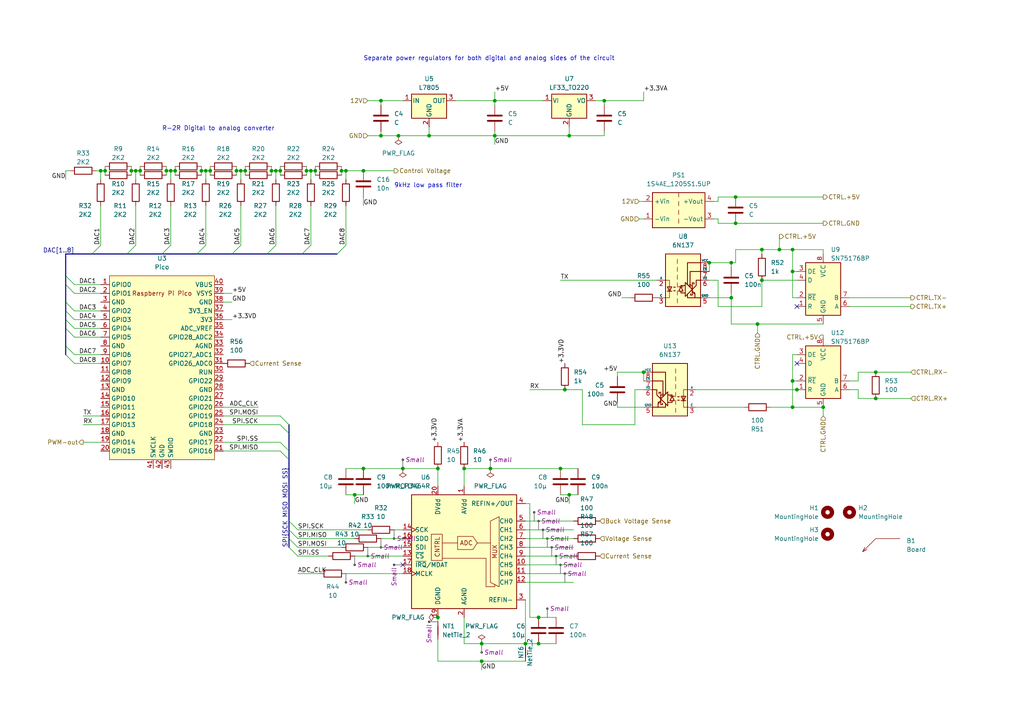
<source format=kicad_sch>
(kicad_sch (version 20230121) (generator eeschema)
  (paper "A4")
  (junction (at 127 179.07))
  (junction (at 156.21 179.07))
  (junction (at 102.87 143.51))
  (junction (at 238.76 118.11))
  (junction (at 219.71 93.98))
  (junction (at 142.24 135.89))
  (junction (at 134.62 135.89))
  (junction (at 229.87 78.74))
  (junction (at 39.37 49.53))
  (junction (at 229.87 110.49))
  (junction (at 40.64 49.53))
  (junction (at 152.4 186.69))
  (junction (at 143.51 29.21))
  (junction (at 229.87 118.11))
  (junction (at 139.7 191.77))
  (junction (at 220.98 81.28))
  (junction (at 49.53 49.53))
  (junction (at 80.01 49.53))
  (junction (at 127 135.89))
  (junction (at 186.69 107.95))
  (junction (at 254 107.95))
  (junction (at 29.21 49.53))
  (junction (at 115.57 39.37))
  (junction (at 59.69 49.53))
  (junction (at 48.26 49.53))
  (junction (at 71.12 49.53))
  (junction (at 50.8 49.53))
  (junction (at 163.83 113.03))
  (junction (at 90.17 49.53))
  (junction (at 165.1 143.51))
  (junction (at 105.41 49.53))
  (junction (at 88.9 49.53))
  (junction (at 254 115.57))
  (junction (at 143.51 39.37))
  (junction (at 124.46 39.37))
  (junction (at 81.28 49.53))
  (junction (at 213.36 64.77))
  (junction (at 105.41 135.89))
  (junction (at 110.49 29.21))
  (junction (at 231.14 113.03))
  (junction (at 220.98 72.39))
  (junction (at 110.49 39.37))
  (junction (at 91.44 49.53))
  (junction (at 205.74 76.2))
  (junction (at 213.36 57.15))
  (junction (at 162.56 135.89))
  (junction (at 175.26 29.21))
  (junction (at 116.84 135.89))
  (junction (at 212.09 76.2))
  (junction (at 165.1 39.37))
  (junction (at 99.06 49.53))
  (junction (at 78.74 49.53))
  (junction (at 38.1 49.53))
  (junction (at 69.85 49.53))
  (junction (at 229.87 72.39))
  (junction (at 139.7 186.69))
  (junction (at 156.21 186.69))
  (junction (at 100.33 49.53))
  (junction (at 58.42 49.53))
  (junction (at 30.48 49.53))
  (junction (at 68.58 49.53))
  (junction (at 226.06 72.39))
  (junction (at 60.96 49.53))
  (junction (at 212.09 86.36))
  (no_connect (at 231.14 88.9))
  (no_connect (at 231.14 105.41))
  (no_connect (at 116.84 163.83))
  (bus_entry (at 80.01 71.12) (size -2.54 2.54))
  (bus_entry (at 21.59 95.25) (size -2.54 -2.54))
  (bus_entry (at 83.82 123.19) (size -2.54 -2.54))
  (bus_entry (at 21.59 105.41) (size -2.54 -2.54))
  (bus_entry (at 100.33 71.12) (size -2.54 2.54))
  (bus_entry (at 21.59 85.09) (size -2.54 -2.54))
  (bus_entry (at 83.82 130.81) (size -2.54 -2.54))
  (bus_entry (at 83.82 158.75) (size 2.54 2.54))
  (bus_entry (at 59.69 71.12) (size -2.54 2.54))
  (bus_entry (at 39.37 71.12) (size -2.54 2.54))
  (bus_entry (at 21.59 97.79) (size -2.54 -2.54))
  (bus_entry (at 21.59 82.55) (size -2.54 -2.54))
  (bus_entry (at 83.82 125.73) (size -2.54 -2.54))
  (bus_entry (at 83.82 153.67) (size 2.54 2.54))
  (bus_entry (at 83.82 133.35) (size -2.54 -2.54))
  (bus_entry (at 69.85 71.12) (size -2.54 2.54))
  (bus_entry (at 21.59 92.71) (size -2.54 -2.54))
  (bus_entry (at 21.59 102.87) (size -2.54 -2.54))
  (bus_entry (at 21.59 90.17) (size -2.54 -2.54))
  (bus_entry (at 83.82 151.13) (size 2.54 2.54))
  (bus_entry (at 49.53 71.12) (size -2.54 2.54))
  (bus_entry (at 29.21 71.12) (size -2.54 2.54))
  (bus_entry (at 90.17 71.12) (size -2.54 2.54))
  (bus_entry (at 83.82 156.21) (size 2.54 2.54))
  (wire (pts (xy 213.36 64.77) (xy 238.76 64.77)))
  (wire (pts (xy 64.77 92.71) (xy 67.31 92.71)))
  (wire (pts (xy 248.92 107.95) (xy 254 107.95)))
  (wire (pts (xy 219.71 93.98) (xy 219.71 96.52)))
  (wire (pts (xy 110.49 156.21) (xy 116.84 156.21)))
  (wire (pts (xy 156.21 179.07) (xy 153.67 179.07)))
  (bus (pts (xy 19.05 92.71) (xy 19.05 90.17)))
  (wire (pts (xy 49.53 59.69) (xy 49.53 71.12)))
  (wire (pts (xy 105.41 135.89) (xy 116.84 135.89)))
  (wire (pts (xy 102.87 161.29) (xy 116.84 161.29)))
  (wire (pts (xy 30.48 48.26) (xy 30.48 49.53)))
  (wire (pts (xy 248.92 113.03) (xy 246.38 113.03)))
  (wire (pts (xy 231.14 102.87) (xy 229.87 102.87)))
  (wire (pts (xy 48.26 49.53) (xy 48.26 50.8)))
  (wire (pts (xy 106.68 158.75) (xy 116.84 158.75)))
  (wire (pts (xy 71.12 49.53) (xy 71.12 50.8)))
  (wire (pts (xy 134.62 135.89) (xy 142.24 135.89)))
  (wire (pts (xy 105.41 57.15) (xy 105.41 59.69)))
  (wire (pts (xy 175.26 38.1) (xy 175.26 39.37)))
  (wire (pts (xy 220.98 81.28) (xy 231.14 81.28)))
  (wire (pts (xy 152.4 186.69) (xy 152.4 173.99)))
  (wire (pts (xy 124.46 39.37) (xy 143.51 39.37)))
  (wire (pts (xy 142.24 135.89) (xy 162.56 135.89)))
  (wire (pts (xy 100.33 143.51) (xy 102.87 143.51)))
  (wire (pts (xy 24.13 120.65) (xy 29.21 120.65)))
  (wire (pts (xy 21.59 85.09) (xy 29.21 85.09)))
  (wire (pts (xy 69.85 49.53) (xy 69.85 52.07)))
  (wire (pts (xy 220.98 72.39) (xy 226.06 72.39)))
  (wire (pts (xy 21.59 97.79) (xy 29.21 97.79)))
  (wire (pts (xy 50.8 48.26) (xy 50.8 49.53)))
  (wire (pts (xy 88.9 49.53) (xy 90.17 49.53)))
  (wire (pts (xy 99.06 49.53) (xy 99.06 50.8)))
  (wire (pts (xy 127 135.89) (xy 127 140.97)))
  (wire (pts (xy 208.28 63.5) (xy 207.01 63.5)))
  (wire (pts (xy 212.09 76.2) (xy 213.36 76.2)))
  (wire (pts (xy 229.87 110.49) (xy 231.14 110.49)))
  (wire (pts (xy 153.67 113.03) (xy 163.83 113.03)))
  (wire (pts (xy 64.77 128.27) (xy 81.28 128.27)))
  (wire (pts (xy 110.49 29.21) (xy 110.49 30.48)))
  (wire (pts (xy 86.36 166.37) (xy 92.71 166.37)))
  (wire (pts (xy 248.92 115.57) (xy 254 115.57)))
  (wire (pts (xy 134.62 186.69) (xy 139.7 186.69)))
  (wire (pts (xy 201.93 113.03) (xy 231.14 113.03)))
  (wire (pts (xy 212.09 76.2) (xy 212.09 77.47)))
  (wire (pts (xy 48.26 49.53) (xy 49.53 49.53)))
  (wire (pts (xy 201.93 118.11) (xy 215.9 118.11)))
  (wire (pts (xy 165.1 143.51) (xy 165.1 146.05)))
  (wire (pts (xy 152.4 168.91) (xy 166.37 168.91)))
  (wire (pts (xy 152.4 161.29) (xy 166.37 161.29)))
  (wire (pts (xy 175.26 29.21) (xy 175.26 30.48)))
  (wire (pts (xy 153.67 146.05) (xy 153.67 179.07)))
  (wire (pts (xy 168.91 123.19) (xy 168.91 113.03)))
  (wire (pts (xy 60.96 49.53) (xy 60.96 50.8)))
  (wire (pts (xy 30.48 49.53) (xy 30.48 50.8)))
  (wire (pts (xy 64.77 118.11) (xy 74.93 118.11)))
  (wire (pts (xy 60.96 48.26) (xy 60.96 49.53)))
  (wire (pts (xy 232.41 113.03) (xy 231.14 113.03)))
  (wire (pts (xy 78.74 48.26) (xy 78.74 49.53)))
  (wire (pts (xy 219.71 93.98) (xy 212.09 93.98)))
  (wire (pts (xy 152.4 156.21) (xy 166.37 156.21)))
  (wire (pts (xy 208.28 57.15) (xy 208.28 58.42)))
  (wire (pts (xy 156.21 186.69) (xy 161.29 186.69)))
  (wire (pts (xy 110.49 38.1) (xy 110.49 39.37)))
  (wire (pts (xy 186.69 58.42) (xy 185.42 58.42)))
  (wire (pts (xy 21.59 102.87) (xy 29.21 102.87)))
  (wire (pts (xy 152.4 158.75) (xy 166.37 158.75)))
  (bus (pts (xy 19.05 95.25) (xy 19.05 92.71)))
  (wire (pts (xy 213.36 72.39) (xy 220.98 72.39)))
  (wire (pts (xy 106.68 29.21) (xy 110.49 29.21)))
  (wire (pts (xy 80.01 49.53) (xy 81.28 49.53)))
  (wire (pts (xy 99.06 49.53) (xy 100.33 49.53)))
  (wire (pts (xy 143.51 39.37) (xy 165.1 39.37)))
  (wire (pts (xy 156.21 179.07) (xy 161.29 179.07)))
  (wire (pts (xy 71.12 48.26) (xy 71.12 49.53)))
  (wire (pts (xy 90.17 49.53) (xy 90.17 52.07)))
  (wire (pts (xy 132.08 29.21) (xy 143.51 29.21)))
  (wire (pts (xy 208.28 57.15) (xy 213.36 57.15)))
  (wire (pts (xy 238.76 72.39) (xy 238.76 73.66)))
  (wire (pts (xy 81.28 48.26) (xy 81.28 49.53)))
  (wire (pts (xy 40.64 49.53) (xy 40.64 50.8)))
  (wire (pts (xy 238.76 93.98) (xy 219.71 93.98)))
  (wire (pts (xy 100.33 49.53) (xy 105.41 49.53)))
  (bus (pts (xy 57.15 73.66) (xy 46.99 73.66)))
  (wire (pts (xy 134.62 135.89) (xy 134.62 140.97)))
  (wire (pts (xy 21.59 82.55) (xy 29.21 82.55)))
  (bus (pts (xy 36.83 73.66) (xy 26.67 73.66)))
  (wire (pts (xy 139.7 191.77) (xy 139.7 194.31)))
  (wire (pts (xy 24.13 128.27) (xy 29.21 128.27)))
  (wire (pts (xy 39.37 49.53) (xy 40.64 49.53)))
  (wire (pts (xy 172.72 29.21) (xy 175.26 29.21)))
  (wire (pts (xy 205.74 76.2) (xy 212.09 76.2)))
  (wire (pts (xy 127 191.77) (xy 139.7 191.77)))
  (wire (pts (xy 229.87 118.11) (xy 238.76 118.11)))
  (wire (pts (xy 64.77 130.81) (xy 81.28 130.81)))
  (wire (pts (xy 229.87 72.39) (xy 238.76 72.39)))
  (bus (pts (xy 19.05 100.33) (xy 19.05 95.25)))
  (wire (pts (xy 59.69 59.69) (xy 59.69 71.12)))
  (wire (pts (xy 38.1 48.26) (xy 38.1 49.53)))
  (wire (pts (xy 88.9 49.53) (xy 88.9 50.8)))
  (wire (pts (xy 208.28 88.9) (xy 220.98 88.9)))
  (wire (pts (xy 115.57 39.37) (xy 124.46 39.37)))
  (wire (pts (xy 254 115.57) (xy 264.16 115.57)))
  (wire (pts (xy 229.87 110.49) (xy 229.87 118.11)))
  (wire (pts (xy 90.17 49.53) (xy 91.44 49.53)))
  (wire (pts (xy 208.28 81.28) (xy 205.74 81.28)))
  (wire (pts (xy 165.1 143.51) (xy 167.64 143.51)))
  (wire (pts (xy 220.98 72.39) (xy 220.98 73.66)))
  (bus (pts (xy 83.82 158.75) (xy 83.82 156.21)))
  (wire (pts (xy 162.56 143.51) (xy 165.1 143.51)))
  (wire (pts (xy 143.51 29.21) (xy 143.51 30.48)))
  (wire (pts (xy 58.42 49.53) (xy 58.42 50.8)))
  (wire (pts (xy 143.51 39.37) (xy 143.51 41.91)))
  (wire (pts (xy 64.77 123.19) (xy 81.28 123.19)))
  (bus (pts (xy 46.99 73.66) (xy 36.83 73.66)))
  (wire (pts (xy 134.62 186.69) (xy 134.62 179.07)))
  (wire (pts (xy 186.69 26.67) (xy 186.69 29.21)))
  (wire (pts (xy 100.33 59.69) (xy 100.33 71.12)))
  (wire (pts (xy 143.51 26.67) (xy 143.51 29.21)))
  (bus (pts (xy 83.82 123.19) (xy 83.82 125.73)))
  (wire (pts (xy 69.85 49.53) (xy 71.12 49.53)))
  (wire (pts (xy 21.59 95.25) (xy 29.21 95.25)))
  (wire (pts (xy 229.87 72.39) (xy 229.87 78.74)))
  (wire (pts (xy 102.87 143.51) (xy 102.87 146.05)))
  (wire (pts (xy 254 107.95) (xy 264.16 107.95)))
  (wire (pts (xy 39.37 59.69) (xy 39.37 71.12)))
  (bus (pts (xy 19.05 73.66) (xy 26.67 73.66)))
  (wire (pts (xy 168.91 113.03) (xy 163.83 113.03)))
  (wire (pts (xy 91.44 49.53) (xy 91.44 50.8)))
  (wire (pts (xy 29.21 49.53) (xy 29.21 52.07)))
  (wire (pts (xy 86.36 161.29) (xy 95.25 161.29)))
  (bus (pts (xy 83.82 156.21) (xy 83.82 153.67)))
  (bus (pts (xy 19.05 73.66) (xy 19.05 80.01)))
  (wire (pts (xy 226.06 68.58) (xy 226.06 72.39)))
  (wire (pts (xy 49.53 49.53) (xy 50.8 49.53)))
  (wire (pts (xy 246.38 88.9) (xy 264.16 88.9)))
  (bus (pts (xy 87.63 73.66) (xy 77.47 73.66)))
  (wire (pts (xy 165.1 39.37) (xy 175.26 39.37)))
  (bus (pts (xy 19.05 87.63) (xy 19.05 82.55)))
  (wire (pts (xy 20.32 49.53) (xy 19.05 49.53)))
  (wire (pts (xy 139.7 186.69) (xy 152.4 186.69)))
  (wire (pts (xy 153.67 146.05) (xy 152.4 146.05)))
  (wire (pts (xy 110.49 39.37) (xy 115.57 39.37)))
  (wire (pts (xy 213.36 57.15) (xy 238.76 57.15)))
  (wire (pts (xy 38.1 49.53) (xy 38.1 50.8)))
  (wire (pts (xy 229.87 78.74) (xy 229.87 86.36)))
  (wire (pts (xy 208.28 64.77) (xy 208.28 63.5)))
  (wire (pts (xy 64.77 120.65) (xy 81.28 120.65)))
  (wire (pts (xy 21.59 92.71) (xy 29.21 92.71)))
  (wire (pts (xy 64.77 87.63) (xy 67.31 87.63)))
  (wire (pts (xy 213.36 64.77) (xy 208.28 64.77)))
  (wire (pts (xy 124.46 39.37) (xy 124.46 36.83)))
  (wire (pts (xy 229.87 78.74) (xy 231.14 78.74)))
  (wire (pts (xy 205.74 76.2) (xy 205.74 78.74)))
  (bus (pts (xy 83.82 125.73) (xy 83.82 130.81)))
  (wire (pts (xy 110.49 29.21) (xy 116.84 29.21)))
  (bus (pts (xy 19.05 90.17) (xy 19.05 87.63)))
  (wire (pts (xy 152.4 166.37) (xy 166.37 166.37)))
  (wire (pts (xy 58.42 49.53) (xy 59.69 49.53)))
  (wire (pts (xy 226.06 72.39) (xy 229.87 72.39)))
  (bus (pts (xy 83.82 153.67) (xy 83.82 151.13)))
  (wire (pts (xy 208.28 81.28) (xy 208.28 88.9)))
  (wire (pts (xy 152.4 163.83) (xy 166.37 163.83)))
  (wire (pts (xy 186.69 113.03) (xy 184.15 113.03)))
  (wire (pts (xy 223.52 118.11) (xy 229.87 118.11)))
  (bus (pts (xy 19.05 102.87) (xy 19.05 100.33)))
  (wire (pts (xy 220.98 88.9) (xy 220.98 81.28)))
  (wire (pts (xy 179.07 107.95) (xy 186.69 107.95)))
  (wire (pts (xy 143.51 38.1) (xy 143.51 39.37)))
  (wire (pts (xy 105.41 49.53) (xy 114.3 49.53)))
  (wire (pts (xy 248.92 115.57) (xy 248.92 113.03)))
  (wire (pts (xy 91.44 48.26) (xy 91.44 49.53)))
  (wire (pts (xy 106.68 39.37) (xy 110.49 39.37)))
  (bus (pts (xy 77.47 73.66) (xy 67.31 73.66)))
  (wire (pts (xy 179.07 107.95) (xy 179.07 109.22)))
  (wire (pts (xy 114.3 153.67) (xy 116.84 153.67)))
  (wire (pts (xy 184.15 113.03) (xy 184.15 123.19)))
  (wire (pts (xy 48.26 48.26) (xy 48.26 49.53)))
  (wire (pts (xy 248.92 110.49) (xy 246.38 110.49)))
  (wire (pts (xy 248.92 107.95) (xy 248.92 110.49)))
  (wire (pts (xy 59.69 49.53) (xy 60.96 49.53)))
  (wire (pts (xy 86.36 156.21) (xy 102.87 156.21)))
  (wire (pts (xy 238.76 118.11) (xy 238.76 120.65)))
  (wire (pts (xy 19.05 49.53) (xy 19.05 52.07)))
  (wire (pts (xy 88.9 48.26) (xy 88.9 49.53)))
  (wire (pts (xy 21.59 105.41) (xy 29.21 105.41)))
  (wire (pts (xy 186.69 107.95) (xy 186.69 110.49)))
  (wire (pts (xy 68.58 49.53) (xy 68.58 50.8)))
  (wire (pts (xy 58.42 48.26) (xy 58.42 49.53)))
  (bus (pts (xy 19.05 82.55) (xy 19.05 80.01)))
  (wire (pts (xy 99.06 48.26) (xy 99.06 49.53)))
  (wire (pts (xy 29.21 49.53) (xy 30.48 49.53)))
  (bus (pts (xy 83.82 133.35) (xy 83.82 151.13)))
  (bus (pts (xy 67.31 73.66) (xy 57.15 73.66)))
  (wire (pts (xy 50.8 49.53) (xy 50.8 50.8)))
  (wire (pts (xy 68.58 49.53) (xy 69.85 49.53)))
  (wire (pts (xy 38.1 49.53) (xy 39.37 49.53)))
  (wire (pts (xy 24.13 123.19) (xy 29.21 123.19)))
  (bus (pts (xy 83.82 130.81) (xy 83.82 133.35)))
  (wire (pts (xy 143.51 29.21) (xy 157.48 29.21)))
  (wire (pts (xy 127 185.42) (xy 127 191.77)))
  (wire (pts (xy 168.91 123.19) (xy 184.15 123.19)))
  (wire (pts (xy 78.74 49.53) (xy 78.74 50.8)))
  (wire (pts (xy 100.33 135.89) (xy 105.41 135.89)))
  (wire (pts (xy 179.07 118.11) (xy 186.69 118.11)))
  (wire (pts (xy 229.87 102.87) (xy 229.87 110.49)))
  (wire (pts (xy 162.56 135.89) (xy 167.64 135.89)))
  (wire (pts (xy 90.17 59.69) (xy 90.17 71.12)))
  (wire (pts (xy 180.34 86.36) (xy 182.88 86.36)))
  (wire (pts (xy 116.84 135.89) (xy 127 135.89)))
  (wire (pts (xy 100.33 49.53) (xy 100.33 52.07)))
  (wire (pts (xy 212.09 93.98) (xy 212.09 86.36)))
  (wire (pts (xy 59.69 49.53) (xy 59.69 52.07)))
  (wire (pts (xy 175.26 29.21) (xy 186.69 29.21)))
  (wire (pts (xy 86.36 153.67) (xy 106.68 153.67)))
  (wire (pts (xy 86.36 158.75) (xy 99.06 158.75)))
  (wire (pts (xy 81.28 49.53) (xy 81.28 50.8)))
  (wire (pts (xy 246.38 86.36) (xy 264.16 86.36)))
  (wire (pts (xy 152.4 153.67) (xy 166.37 153.67)))
  (wire (pts (xy 231.14 86.36) (xy 229.87 86.36)))
  (wire (pts (xy 68.58 48.26) (xy 68.58 49.53)))
  (wire (pts (xy 100.33 166.37) (xy 116.84 166.37)))
  (wire (pts (xy 27.94 49.53) (xy 29.21 49.53)))
  (wire (pts (xy 80.01 59.69) (xy 80.01 71.12)))
  (wire (pts (xy 78.74 49.53) (xy 80.01 49.53)))
  (wire (pts (xy 139.7 191.77) (xy 152.4 191.77)))
  (wire (pts (xy 80.01 49.53) (xy 80.01 52.07)))
  (bus (pts (xy 97.79 73.66) (xy 87.63 73.66)))
  (wire (pts (xy 127 180.34) (xy 127 179.07)))
  (wire (pts (xy 102.87 143.51) (xy 105.41 143.51)))
  (wire (pts (xy 165.1 39.37) (xy 165.1 36.83)))
  (wire (pts (xy 40.64 48.26) (xy 40.64 49.53)))
  (wire (pts (xy 64.77 85.09) (xy 67.31 85.09)))
  (wire (pts (xy 29.21 59.69) (xy 29.21 71.12)))
  (wire (pts (xy 69.85 59.69) (xy 69.85 71.12)))
  (wire (pts (xy 49.53 49.53) (xy 49.53 52.07)))
  (wire (pts (xy 21.59 90.17) (xy 29.21 90.17)))
  (wire (pts (xy 212.09 85.09) (xy 212.09 86.36)))
  (wire (pts (xy 162.56 81.28) (xy 190.5 81.28)))
  (wire (pts (xy 179.07 116.84) (xy 179.07 118.11)))
  (wire (pts (xy 208.28 58.42) (xy 207.01 58.42)))
  (wire (pts (xy 186.69 63.5) (xy 185.42 63.5)))
  (wire (pts (xy 152.4 186.69) (xy 156.21 186.69)))
  (wire (pts (xy 213.36 72.39) (xy 213.36 76.2)))
  (wire (pts (xy 152.4 151.13) (xy 166.37 151.13)))
  (wire (pts (xy 39.37 49.53) (xy 39.37 52.07)))
  (wire (pts (xy 205.74 86.36) (xy 212.09 86.36)))
  (text "R-2R Digital to analog converter" (at 46.99 38.1 0) (effects (font (size 1.27 1.27)) (justify left bottom)))
  (text "9kHz low pass filter" (at 114.3 54.61 0) (effects (font (size 1.27 1.27)) (justify left bottom)))
  (text "Separate power regulators for both digital and analog sides of the circuit" (at 105.41 17.78 0) (effects (font (size 1.27 1.27)) (justify left bottom)))
  (label "SPI.MISO" (at 86.36 156.21 0))
  (label "GND" (at 102.87 146.05 0))
  (label "SPI.MOSI" (at 86.36 158.75 0))
  (label "+3.3VD" (at 67.31 92.71 0))
  (label "DAC5" (at 69.85 66.04 270))
  (label "TX" (at 162.56 81.28 0))
  (label "DAC3" (at 49.53 66.04 270))
  (label "+3.3VD" (at 127 128.27 90))
  (label "DAC1" (at 29.21 66.04 270))
  (label "DAC2" (at 27.94 85.09 180))
  (label "GND" (at 67.31 87.63 0))
  (label "RX" (at 153.67 113.03 0))
  (label "SPI.SCK" (at 74.93 123.19 180))
  (label "GND" (at 19.05 52.07 180))
  (label "DAC2" (at 39.37 66.04 270))
  (label "DAC7" (at 27.94 102.87 180))
  (label "RX" (at 24.13 123.19 0))
  (label "GND" (at 179.07 118.11 180))
  (label "+5V" (at 67.31 85.09 0))
  (label "SPI.MISO" (at 74.93 130.81 180))
  (label "GND" (at 105.41 59.69 0))
  (label "DAC4" (at 27.94 92.71 180))
  (label "GND" (at 139.7 194.31 0))
  (label "+5V" (at 179.07 107.95 180))
  (label "+3.3VA" (at 186.69 26.67 0))
  (label "DAC6" (at 27.94 97.79 180))
  (label "+3.3VD" (at 163.83 105.41 90))
  (label "DAC4" (at 59.69 66.04 270))
  (label "DAC7" (at 90.17 66.04 270))
  (label "DAC6" (at 80.01 66.04 270))
  (label "DAC5" (at 27.94 95.25 180))
  (label "SPI.SS" (at 74.93 128.27 180))
  (label "GND" (at 180.34 86.36 180))
  (label "GND" (at 165.1 146.05 180))
  (label "DAC3" (at 27.94 90.17 180))
  (label "DAC8" (at 100.33 66.04 270))
  (label "SPI.SS" (at 86.36 161.29 0))
  (label "GND" (at 143.51 41.91 0))
  (label "ADC_CLK" (at 74.93 118.11 180))
  (label "+3.3VA" (at 134.62 128.27 90))
  (label "SPI.SCK" (at 86.36 153.67 0))
  (label "ADC_CLK" (at 86.36 166.37 0))
  (label "DAC[1..8]" (at 21.59 73.66 180))
  (label "+5V" (at 143.51 26.67 0))
  (label "DAC8" (at 27.94 105.41 180))
  (label "DAC1" (at 27.94 82.55 180))
  (label "SPI.MOSI" (at 74.93 120.65 180))
  (label "TX" (at 24.13 120.65 0))
  (label "SPI{SCK MISO MOSI SS}" (at 83.82 158.75 90))
  (hierarchical_label "CTRL.GND" (shape input) (at 219.71 96.52 270))
  (hierarchical_label "CTRL.+5V" (shape output) (at 238.76 57.15 0))
  (hierarchical_label "Current Sense" (shape input) (at 72.39 105.41 0))
  (hierarchical_label "CTRL.GND" (shape input) (at 238.76 120.65 270))
  (hierarchical_label "PWM-out" (shape output) (at 24.13 128.27 180))
  (hierarchical_label "CTRL.TX-" (shape output) (at 264.16 86.36 0))
  (hierarchical_label "CTRL.+5V" (shape output) (at 238.76 97.79 180))
  (hierarchical_label "GND" (shape input) (at 106.68 39.37 180))
  (hierarchical_label "Current Sense" (shape input) (at 173.99 161.29 0))
  (hierarchical_label "CTRL.TX+" (shape output) (at 264.16 88.9 0))
  (hierarchical_label "Voltage Sense" (shape input) (at 173.99 156.21 0))
  (hierarchical_label "GND" (shape input) (at 185.42 63.5 180))
  (hierarchical_label "CTRL.RX-" (shape input) (at 264.16 107.95 0))
  (hierarchical_label "Buck Voltage Sense" (shape input) (at 173.99 151.13 0))
  (hierarchical_label "12V" (shape input) (at 106.68 29.21 180))
  (hierarchical_label "12V" (shape input) (at 185.42 58.42 180))
  (hierarchical_label "CTRL.GND" (shape output) (at 238.76 64.77 0))
  (hierarchical_label "CTRL.+5V" (shape output) (at 226.06 68.58 0))
  (hierarchical_label "Control Voltage" (shape output) (at 114.3 49.53 0))
  (hierarchical_label "CTRL.RX+" (shape input) (at 264.16 115.57 0))
  (netclass_flag "" (length 2.54) (shape dot) (at 163.83 168.91 0) (property "Netclass" "Small" (at 164.5285 166.37 0) (effects (font italic) (justify left))))
  (netclass_flag "" (length 2.54) (shape dot) (at 106.68 158.75 180) (property "Netclass" "Small" (at 107.3785 161.29 0) (effects (font italic) (justify left))))
  (netclass_flag "" (length 2.54) (shape dot) (at 162.56 166.37 0) (property "Netclass" "Small" (at 163.2585 163.83 0) (effects (font italic) (justify left))))
  (netclass_flag "" (length 2.54) (shape dot) (at 116.84 135.89 0) (property "Netclass" "Small" (at 117.5385 133.35 0) (effects (font italic) (justify left))))
  (netclass_flag "" (length 2.54) (shape dot) (at 100.33 166.37 180) (property "Netclass" "Small" (at 101.0285 168.91 0) (effects (font italic) (justify left))))
  (netclass_flag "" (length 2.54) (shape dot) (at 157.48 156.21 0) (property "Netclass" "Small" (at 158.1785 153.67 0) (effects (font italic) (justify left))))
  (netclass_flag "" (length 2.54) (shape dot) (at 110.49 156.21 180) (property "Netclass" "Small" (at 111.1885 158.75 0) (effects (font italic) (justify left))))
  (netclass_flag "" (length 2.54) (shape dot) (at 156.21 153.67 0) (property "Netclass" "Small" (at 156.9085 151.13 0) (effects (font italic) (justify left))))
  (netclass_flag "" (length 2.54) (shape dot) (at 142.24 135.89 0) (property "Netclass" "Small" (at 142.9385 133.35 0) (effects (font italic) (justify left))))
  (netclass_flag "" (length 2.54) (shape dot) (at 160.02 161.29 0) (property "Netclass" "Small" (at 160.7185 158.75 0) (effects (font italic) (justify left))))
  (netclass_flag "" (length 2.54) (shape dot) (at 161.29 163.83 0) (property "Netclass" "Small" (at 161.9885 161.29 0) (effects (font italic) (justify left))))
  (netclass_flag "" (length 2.54) (shape dot) (at 158.75 179.07 0) (property "Netclass" "Small" (at 159.4485 176.53 0) (effects (font italic) (justify left))))
  (netclass_flag "" (length 2.54) (shape dot) (at 139.7 186.69 180) (property "Netclass" "Small" (at 140.3985 189.23 0) (effects (font italic) (justify left))))
  (netclass_flag "" (length 2.54) (shape dot) (at 114.3 153.67 180) (property "Netclass" "Small" (at 114.9985 156.21 0) (effects (font italic) (justify left))))
  (netclass_flag "" (length 2.54) (shape dot) (at 158.75 158.75 0) (property "Netclass" "Small" (at 159.4485 156.21 0) (effects (font italic) (justify left))))
  (netclass_flag "" (length 2.54) (shape dot) (at 127 180.34 90) (property "Netclass" "Small" (at 124.46 181.0385 90) (effects (font italic) (justify right))))
  (netclass_flag "" (length 2.54) (shape dot) (at 154.94 151.13 0) (property "Netclass" "Small" (at 155.6385 148.59 0) (effects (font italic) (justify left))))
  (netclass_flag "" (length 2.54) (shape dot) (at 102.87 161.29 180) (property "Netclass" "Small" (at 103.5685 163.83 0) (effects (font italic) (justify left))))
  (netclass_flag "" (length 2.54) (shape dot) (at 116.84 163.83 90) (property "Netclass" "Small" (at 114.3 164.5285 90) (effects (font italic) (justify right))))
  (symbol (lib_id "Device:R") (at 74.93 48.26 270) (unit 1)
    (property "Reference" "R20" (at 74.93 43.18 90))
    (property "Value" "2K2" (at 74.93 45.72 90))
    (property "Footprint" "Resistor_THT:R_Axial_DIN0207_L6.3mm_D2.5mm_P7.62mm_Horizontal" (effects hide))
    (instances (project "digipsu" (path "" (reference "R20") (unit 1)) (path "" (reference "R13") (unit 1))))
  )
  (symbol (lib_id "power:PWR_FLAG") (at 116.84 135.89 180) (unit 1)
    (property "Reference" "#FLG04" (effects hide))
    (property "Value" "PWR_FLAG" (at 116.84 140.97 0))
    (instances (project "digipsu" (path "" (reference "#FLG04") (unit 1)) (path "" (reference "#FLG05") (unit 1))))
  )
  (symbol (lib_id "Converter_DCDC:MEE1S1205SC") (at 196.85 60.96 0) (unit 1)
    (property "Reference" "PS1" (at 196.85 50.8 0))
    (property "Value" "1S4AE_1205S1.5UP" (at 196.85 53.34 0))
    (property "Footprint" "Converter_DCDC:Converter_DCDC_Murata_MEE1SxxxxSC_THT" (effects hide))
    (property "Datasheet" "https://power.murata.com/pub/data/power/ncl/kdc_mee1.pdf" (effects hide))
  )
  (symbol (lib_id "Mechanical:MountingHole") (at 240.03 148.59 0) (mirror y) (unit 1)
    (property "Reference" "H1" (at 237.49 147.32 0) (effects (justify left)))
    (property "Value" "MountingHole" (at 237.49 149.86 0) (effects (justify left)))
    (property "Footprint" "MountingHole:MountingHole_5mm" (effects hide))
  )
  (symbol (lib_id "Mechanical:MountingHole") (at 240.03 154.94 0) (mirror y) (unit 1)
    (property "Reference" "H3" (at 237.49 153.67 0) (effects (justify left)))
    (property "Value" "MountingHole" (at 237.49 156.21 0) (effects (justify left)))
    (property "Footprint" "MountingHole:MountingHole_5mm" (effects hide))
  )
  (symbol (lib_id "Device:R") (at 68.58 105.41 270) (unit 1)
    (property "Reference" "R56" (at 68.58 99.06 90))
    (property "Value" "100" (at 68.58 101.6 90))
    (property "Footprint" "Resistor_THT:R_Axial_DIN0207_L6.3mm_D2.5mm_P7.62mm_Horizontal" (effects hide))
  )
  (symbol (lib_id "Device:C") (at 143.51 34.29 0) (unit 1)
    (property "Reference" "C5" (at 147.32 33.02 0) (effects (justify left)))
    (property "Value" "C" (at 147.32 35.56 0) (effects (justify left)))
    (property "Footprint" "Capacitor_THT:C_Disc_D3.8mm_W2.6mm_P2.50mm" (effects hide))
  )
  (symbol (lib_id "PCM_kikit:Board") (at 250.19 160.02 0) (unit 1) (in_bom no)
    (property "Reference" "B1" (at 262.89 156.845 0) (effects (justify left)))
    (property "Value" "Board" (at 262.89 159.385 0) (effects (justify left)))
    (property "Footprint" "PCM_kikit:Board" (effects hide))
  )
  (symbol (lib_id "Device:R") (at 44.45 50.8 270) (unit 1)
    (property "Reference" "R15" (at 44.45 53.34 90))
    (property "Value" "2K2" (at 44.45 55.88 90))
    (property "Footprint" "Resistor_THT:R_Axial_DIN0207_L6.3mm_D2.5mm_P7.62mm_Horizontal" (effects hide))
    (instances (project "digipsu" (path "" (reference "R15") (unit 1)) (path "" (reference "R18") (unit 1))))
  )
  (symbol (lib_id "Device:C") (at 110.49 34.29 0) (unit 1)
    (property "Reference" "C4" (at 114.3 33.02 0) (effects (justify left)))
    (property "Value" "C" (at 114.3 35.56 0) (effects (justify left)))
    (property "Footprint" "Capacitor_THT:C_Disc_D3.8mm_W2.6mm_P2.50mm" (effects hide))
  )
  (symbol (lib_id "Device:R") (at 100.33 55.88 0) (mirror y) (unit 1)
    (property "Reference" "R29" (at 97.79 59.69 0) (effects (justify left)))
    (property "Value" "2K2" (at 97.79 62.23 0) (effects (justify left)))
    (property "Footprint" "Resistor_THT:R_Axial_DIN0207_L6.3mm_D2.5mm_P7.62mm_Horizontal" (effects hide))
    (instances (project "digipsu" (path "" (reference "R29") (unit 1)) (path "" (reference "R31") (unit 1))))
  )
  (symbol (lib_id "Device:C") (at 162.56 139.7 0) (mirror y) (unit 1)
    (property "Reference" "C8" (at 158.75 138.43 0) (effects (justify left)))
    (property "Value" "10µ" (at 158.75 140.97 0) (effects (justify left)))
    (property "Footprint" "Capacitor_THT:C_Disc_D3.8mm_W2.6mm_P2.50mm" (effects hide))
    (instances (project "digipsu" (path "" (reference "C8") (unit 1)) (path "" (reference "C12") (unit 1))))
  )
  (symbol (lib_id "Device:R") (at 170.18 156.21 270) (unit 1)
    (property "Reference" "R48" (at 170.18 149.86 90))
    (property "Value" "100" (at 170.18 152.4 90))
    (property "Footprint" "Resistor_THT:R_Axial_DIN0207_L6.3mm_D2.5mm_P7.62mm_Horizontal" (effects hide))
  )
  (symbol (lib_id "Device:R") (at 44.45 48.26 270) (unit 1)
    (property "Reference" "R14" (at 44.45 43.18 90))
    (property "Value" "2K2" (at 44.45 45.72 90))
    (property "Footprint" "Resistor_THT:R_Axial_DIN0207_L6.3mm_D2.5mm_P7.62mm_Horizontal" (effects hide))
    (instances (project "digipsu" (path "" (reference "R14") (unit 1)) (path "" (reference "R10") (unit 1))))
  )
  (symbol (lib_id "Device:R") (at 64.77 50.8 270) (unit 1)
    (property "Reference" "R19" (at 64.77 53.34 90))
    (property "Value" "2K2" (at 64.77 55.88 90))
    (property "Footprint" "Resistor_THT:R_Axial_DIN0207_L6.3mm_D2.5mm_P7.62mm_Horizontal" (effects hide))
    (instances (project "digipsu" (path "" (reference "R19") (unit 1)) (path "" (reference "R20") (unit 1))))
  )
  (symbol (lib_id "custom-symbols:MCP3464R") (at 137.16 158.75 0) (mirror y) (unit 1)
    (property "Reference" "U6" (at 124.8059 138.43 0) (effects (justify left)))
    (property "Value" "MCP3464R" (at 124.8059 140.97 0) (effects (justify left)))
    (property "Footprint" "Package_SO:TSSOP-20_4.4x6.5mm_P0.65mm" (effects hide))
    (property "Datasheet" "https://ww1.microchip.com/downloads/en/DeviceDoc/MCP3461-2-4R-Family-Data-Sheet-DS20006404C.pdf" (effects hide))
  )
  (symbol (lib_id "Device:R") (at 74.93 50.8 270) (unit 1)
    (property "Reference" "R21" (at 74.93 53.34 90))
    (property "Value" "2K2" (at 74.93 55.88 90))
    (property "Footprint" "Resistor_THT:R_Axial_DIN0207_L6.3mm_D2.5mm_P7.62mm_Horizontal" (effects hide))
  )
  (symbol (lib_id "Device:R") (at 80.01 55.88 0) (mirror y) (unit 1)
    (property "Reference" "R27" (at 77.47 59.69 0) (effects (justify left)))
    (property "Value" "2K2" (at 77.47 62.23 0) (effects (justify left)))
    (property "Footprint" "Resistor_THT:R_Axial_DIN0207_L6.3mm_D2.5mm_P7.62mm_Horizontal" (effects hide))
    (instances (project "digipsu" (path "" (reference "R27") (unit 1)) (path "" (reference "R29") (unit 1))))
  )
  (symbol (lib_id "Device:R") (at 127 132.08 180) (unit 1)
    (property "Reference" "R45" (at 129.54 130.81 0) (effects (justify right)))
    (property "Value" "10" (at 129.54 133.35 0) (effects (justify right)))
    (property "Footprint" "Resistor_THT:R_Axial_DIN0207_L6.3mm_D2.5mm_P7.62mm_Horizontal" (effects hide))
  )
  (symbol (lib_id "Device:NetTie_2") (at 127 182.88 90) (unit 1) (in_bom no)
    (property "Reference" "NT1" (at 128.27 181.61 90) (effects (justify right)))
    (property "Value" "NetTie_2" (at 128.27 184.15 90) (effects (justify right)))
    (property "Footprint" "NetTie:NetTie-2_SMD_Pad0.5mm" (effects hide))
  )
  (symbol (lib_id "Device:R") (at 96.52 166.37 90) (unit 1)
    (property "Reference" "R44" (at 96.52 170.18 90))
    (property "Value" "10" (at 96.52 172.72 90))
    (property "Footprint" "Resistor_THT:R_Axial_DIN0207_L6.3mm_D2.5mm_P7.62mm_Horizontal" (effects hide))
  )
  (symbol (lib_id "Device:R") (at 59.69 55.88 0) (mirror y) (unit 1)
    (property "Reference" "R13" (at 57.15 59.69 0) (effects (justify left)))
    (property "Value" "2K2" (at 57.15 62.23 0) (effects (justify left)))
    (property "Footprint" "Resistor_THT:R_Axial_DIN0207_L6.3mm_D2.5mm_P7.62mm_Horizontal" (effects hide))
    (instances (project "digipsu" (path "" (reference "R13") (unit 1)) (path "" (reference "R27") (unit 1))))
  )
  (symbol (lib_id "Device:R") (at 106.68 156.21 90) (unit 1)
    (property "Reference" "R33" (at 106.68 149.86 90))
    (property "Value" "10" (at 106.68 152.4 90))
    (property "Footprint" "Resistor_THT:R_Axial_DIN0207_L6.3mm_D2.5mm_P7.62mm_Horizontal" (effects hide))
  )
  (symbol (lib_id "Device:NetTie_2") (at 152.4 189.23 90) (unit 1) (in_bom no)
    (property "Reference" "NT6" (at 151.13 189.23 0))
    (property "Value" "NetTie_2" (at 153.67 189.23 0))
    (property "Footprint" "NetTie:NetTie-2_SMD_Pad0.5mm" (effects hide))
  )
  (symbol (lib_id "Interface_UART:SN75176AP") (at 238.76 83.82 0) (unit 1)
    (property "Reference" "U9" (at 240.9541 72.39 0) (effects (justify left)))
    (property "Value" "SN75176BP" (at 240.9541 74.93 0) (effects (justify left)))
    (property "Footprint" "Package_DIP:DIP-8_W7.62mm" (effects hide))
    (property "Datasheet" "http://www.ti.com/lit/ds/symlink/sn75176a.pdf" (effects hide))
  )
  (symbol (lib_id "Device:R") (at 99.06 161.29 90) (unit 1)
    (property "Reference" "R43" (at 99.06 154.94 90))
    (property "Value" "10" (at 99.06 157.48 90))
    (property "Footprint" "Resistor_THT:R_Axial_DIN0207_L6.3mm_D2.5mm_P7.62mm_Horizontal" (effects hide))
  )
  (symbol (lib_id "Device:R") (at 254 111.76 0) (unit 1)
    (property "Reference" "R53" (at 256.54 110.49 0) (effects (justify left)))
    (property "Value" "100" (at 256.54 113.03 0) (effects (justify left)))
    (property "Footprint" "Resistor_THT:R_Axial_DIN0207_L6.3mm_D2.5mm_P7.62mm_Horizontal" (effects hide))
  )
  (symbol (lib_id "Device:R") (at 170.18 161.29 270) (unit 1)
    (property "Reference" "R57" (at 170.18 154.94 90))
    (property "Value" "100" (at 170.18 157.48 90))
    (property "Footprint" "Resistor_THT:R_Axial_DIN0207_L6.3mm_D2.5mm_P7.62mm_Horizontal" (effects hide))
  )
  (symbol (lib_id "Device:R") (at 85.09 50.8 270) (unit 1)
    (property "Reference" "R23" (at 85.09 53.34 90))
    (property "Value" "2K2" (at 85.09 55.88 90))
    (property "Footprint" "Resistor_THT:R_Axial_DIN0207_L6.3mm_D2.5mm_P7.62mm_Horizontal" (effects hide))
    (instances (project "digipsu" (path "" (reference "R23") (unit 1)) (path "" (reference "R22") (unit 1))))
  )
  (symbol (lib_id "Device:C") (at 105.41 139.7 0) (unit 1)
    (property "Reference" "C9" (at 109.22 138.43 0) (effects (justify left)))
    (property "Value" "100n" (at 109.22 140.97 0) (effects (justify left)))
    (property "Footprint" "Capacitor_THT:C_Disc_D3.8mm_W2.6mm_P2.50mm" (effects hide))
    (instances (project "digipsu" (path "" (reference "C9") (unit 1)) (path "" (reference "C7") (unit 1))))
  )
  (symbol (lib_id "Device:R") (at 163.83 109.22 0) (unit 1)
    (property "Reference" "R54" (at 166.3959 107.95 0) (effects (justify left)))
    (property "Value" "1k" (at 166.3959 110.49 0) (effects (justify left)))
    (property "Footprint" "Resistor_THT:R_Axial_DIN0207_L6.3mm_D2.5mm_P7.62mm_Horizontal" (effects hide))
  )
  (symbol (lib_id "Device:R") (at 29.21 55.88 0) (mirror y) (unit 1)
    (property "Reference" "R32" (at 26.67 59.69 0) (effects (justify left)))
    (property "Value" "2K2" (at 26.67 62.23 0) (effects (justify left)))
    (property "Footprint" "Resistor_THT:R_Axial_DIN0207_L6.3mm_D2.5mm_P7.62mm_Horizontal" (effects hide))
    (instances (project "digipsu" (path "" (reference "R32") (unit 1)) (path "" (reference "R24") (unit 1))))
  )
  (symbol (lib_id "Device:C") (at 175.26 34.29 0) (unit 1)
    (property "Reference" "C5" (at 179.07 33.02 0) (effects (justify left)))
    (property "Value" "C" (at 179.07 35.56 0) (effects (justify left)))
    (property "Footprint" "Capacitor_THT:C_Disc_D3.8mm_W2.6mm_P2.50mm" (effects hide))
    (instances (project "digipsu" (path "" (reference "C5") (unit 1)) (path "" (reference "C11") (unit 1))))
  )
  (symbol (lib_id "Device:R") (at 24.13 49.53 270) (unit 1)
    (property "Reference" "R33" (at 24.13 44.45 90))
    (property "Value" "2K2" (at 24.13 46.99 90))
    (property "Footprint" "Resistor_THT:R_Axial_DIN0207_L6.3mm_D2.5mm_P7.62mm_Horizontal" (effects hide))
    (instances (project "digipsu" (path "" (reference "R33") (unit 1)) (path "" (reference "R16") (unit 1))))
  )
  (symbol (lib_id "Isolator:6N137") (at 194.31 113.03 0) (mirror y) (unit 1)
    (property "Reference" "U13" (at 194.31 100.33 0))
    (property "Value" "6N137" (at 194.31 102.87 0))
    (property "Footprint" "Package_DIP:DIP-8_W7.62mm" (effects hide))
    (property "Datasheet" "https://docs.broadcom.com/docs/AV02-0940EN" (effects hide))
  )
  (symbol (lib_id "Device:R") (at 134.62 132.08 180) (unit 1)
    (property "Reference" "R46" (at 137.16 130.81 0) (effects (justify right)))
    (property "Value" "10" (at 137.16 133.35 0) (effects (justify right)))
    (property "Footprint" "Resistor_THT:R_Axial_DIN0207_L6.3mm_D2.5mm_P7.62mm_Horizontal" (effects hide))
  )
  (symbol (lib_id "Device:R") (at 54.61 50.8 270) (unit 1)
    (property "Reference" "R17" (at 54.61 53.34 90))
    (property "Value" "2K2" (at 54.61 55.88 90))
    (property "Footprint" "Resistor_THT:R_Axial_DIN0207_L6.3mm_D2.5mm_P7.62mm_Horizontal" (effects hide))
    (instances (project "digipsu" (path "" (reference "R17") (unit 1)) (path "" (reference "R19") (unit 1))))
  )
  (symbol (lib_id "Device:R") (at 170.18 151.13 270) (unit 1)
    (property "Reference" "R47" (at 170.18 144.78 90))
    (property "Value" "100" (at 170.18 147.32 90))
    (property "Footprint" "Resistor_THT:R_Axial_DIN0207_L6.3mm_D2.5mm_P7.62mm_Horizontal" (effects hide))
  )
  (symbol (lib_id "power:PWR_FLAG") (at 127 179.07 90) (mirror x) (unit 1)
    (property "Reference" "#FLG04" (effects hide))
    (property "Value" "PWR_FLAG" (at 123.19 179.07 90) (effects (justify left)))
    (instances (project "digipsu" (path "" (reference "#FLG04") (unit 1)) (path "" (reference "#FLG06") (unit 1))))
  )
  (symbol (lib_id "Device:C") (at 156.21 182.88 0) (mirror y) (unit 1)
    (property "Reference" "C6" (at 152.4 181.61 0) (effects (justify left)))
    (property "Value" "10µ" (at 152.4 184.15 0) (effects (justify left)))
    (property "Footprint" "Capacitor_THT:C_Disc_D3.8mm_W2.6mm_P2.50mm" (effects hide))
    (instances (project "digipsu" (path "" (reference "C6") (unit 1)) (path "" (reference "C8") (unit 1))))
  )
  (symbol (lib_id "Device:R") (at 34.29 50.8 270) (unit 1)
    (property "Reference" "R10" (at 34.29 53.34 90))
    (property "Value" "2K2" (at 34.29 55.88 90))
    (property "Footprint" "Resistor_THT:R_Axial_DIN0207_L6.3mm_D2.5mm_P7.62mm_Horizontal" (effects hide))
    (instances (project "digipsu" (path "" (reference "R10") (unit 1)) (path "" (reference "R17") (unit 1))))
  )
  (symbol (lib_id "Device:C") (at 212.09 81.28 0) (unit 1)
    (property "Reference" "C5" (at 215.9 80.01 0) (effects (justify left)))
    (property "Value" "100n" (at 215.9 82.55 0) (effects (justify left)))
    (property "Footprint" "Capacitor_THT:C_Disc_D3.8mm_W2.6mm_P2.50mm" (effects hide))
    (instances (project "digipsu" (path "" (reference "C5") (unit 1)) (path "" (reference "C15") (unit 1))))
  )
  (symbol (lib_id "Device:R") (at 219.71 118.11 270) (mirror x) (unit 1)
    (property "Reference" "R51" (at 219.71 124.46 90))
    (property "Value" "100" (at 219.71 121.92 90))
    (property "Footprint" "Resistor_THT:R_Axial_DIN0207_L6.3mm_D2.5mm_P7.62mm_Horizontal" (effects hide))
  )
  (symbol (lib_id "Device:R") (at 90.17 55.88 0) (mirror y) (unit 1)
    (property "Reference" "R28" (at 87.63 59.69 0) (effects (justify left)))
    (property "Value" "2K2" (at 87.63 62.23 0) (effects (justify left)))
    (property "Footprint" "Resistor_THT:R_Axial_DIN0207_L6.3mm_D2.5mm_P7.62mm_Horizontal" (effects hide))
    (instances (project "digipsu" (path "" (reference "R28") (unit 1)) (path "" (reference "R30") (unit 1))))
  )
  (symbol (lib_id "power:PWR_FLAG") (at 139.7 186.69 0) (unit 1)
    (property "Reference" "#FLG04" (effects hide))
    (property "Value" "PWR_FLAG" (at 139.7 181.61 0))
    (instances (project "digipsu" (path "" (reference "#FLG04") (unit 1)) (path "" (reference "#FLG07") (unit 1))))
  )
  (symbol (lib_id "Device:R") (at 69.85 55.88 0) (mirror y) (unit 1)
    (property "Reference" "R26" (at 67.31 59.69 0) (effects (justify left)))
    (property "Value" "2K2" (at 67.31 62.23 0) (effects (justify left)))
    (property "Footprint" "Resistor_THT:R_Axial_DIN0207_L6.3mm_D2.5mm_P7.62mm_Horizontal" (effects hide))
    (instances (project "digipsu" (path "" (reference "R26") (unit 1)) (path "" (reference "R28") (unit 1))))
  )
  (symbol (lib_id "power:PWR_FLAG") (at 142.24 135.89 180) (unit 1)
    (property "Reference" "#FLG04" (effects hide))
    (property "Value" "PWR_FLAG" (at 142.24 140.97 0))
    (instances (project "digipsu" (path "" (reference "#FLG04") (unit 1)) (path "" (reference "#FLG03") (unit 1))))
  )
  (symbol (lib_id "MCU_RaspberryPi_and_Boards:Pico") (at 46.99 106.68 0) (unit 1)
    (property "Reference" "U3" (at 46.99 74.93 0))
    (property "Value" "Pico" (at 46.99 77.47 0))
    (property "Footprint" "MCU_RaspberryPi_and_Boards:RPi_Pico_SMD_TH" (effects hide))
  )
  (symbol (lib_id "power:PWR_FLAG") (at 115.57 39.37 180) (unit 1)
    (property "Reference" "#FLG04" (effects hide))
    (property "Value" "PWR_FLAG" (at 115.57 44.45 0))
  )
  (symbol (lib_id "Device:R") (at 102.87 158.75 90) (unit 1)
    (property "Reference" "R42" (at 102.87 152.4 90))
    (property "Value" "10" (at 102.87 154.94 90))
    (property "Footprint" "Resistor_THT:R_Axial_DIN0207_L6.3mm_D2.5mm_P7.62mm_Horizontal" (effects hide))
  )
  (symbol (lib_id "Regulator_Linear:L7805") (at 124.46 29.21 0) (unit 1)
    (property "Reference" "U5" (at 124.46 22.86 0))
    (property "Value" "L7805" (at 124.46 25.4 0))
    (property "Footprint" "Package_TO_SOT_THT:TO-220-3_Vertical" (effects hide))
    (property "Datasheet" "http://www.st.com/content/ccc/resource/technical/document/datasheet/41/4f/b3/b0/12/d4/47/88/CD00000444.pdf/files/CD00000444.pdf/jcr:content/translations/en.CD00000444.pdf" (effects hide))
  )
  (symbol (lib_id "Isolator:6N137") (at 198.12 81.28 0) (unit 1)
    (property "Reference" "U8" (at 198.12 68.58 0))
    (property "Value" "6N137" (at 198.12 71.12 0))
    (property "Footprint" "Package_DIP:DIP-8_W7.62mm" (effects hide))
    (property "Datasheet" "https://docs.broadcom.com/docs/AV02-0940EN" (effects hide))
  )
  (symbol (lib_id "Interface_UART:SN75176AP") (at 238.76 107.95 0) (unit 1)
    (property "Reference" "U12" (at 240.9541 96.52 0) (effects (justify left)))
    (property "Value" "SN75176BP" (at 240.9541 99.06 0) (effects (justify left)))
    (property "Footprint" "Package_DIP:DIP-8_W7.62mm" (effects hide))
    (property "Datasheet" "http://www.ti.com/lit/ds/symlink/sn75176a.pdf" (effects hide))
  )
  (symbol (lib_id "Device:R") (at 34.29 48.26 270) (unit 1)
    (property "Reference" "R9" (at 34.29 43.18 90))
    (property "Value" "2K2" (at 34.29 45.72 90))
    (property "Footprint" "Resistor_THT:R_Axial_DIN0207_L6.3mm_D2.5mm_P7.62mm_Horizontal" (effects hide))
  )
  (symbol (lib_id "Device:C") (at 167.64 139.7 0) (unit 1)
    (property "Reference" "C9" (at 171.45 138.43 0) (effects (justify left)))
    (property "Value" "100n" (at 171.45 140.97 0) (effects (justify left)))
    (property "Footprint" "Capacitor_THT:C_Disc_D3.8mm_W2.6mm_P2.50mm" (effects hide))
    (instances (project "digipsu" (path "" (reference "C9") (unit 1)) (path "" (reference "C13") (unit 1))))
  )
  (symbol (lib_id "Device:R") (at 95.25 50.8 270) (unit 1)
    (property "Reference" "R25" (at 95.25 53.34 90))
    (property "Value" "2K2" (at 95.25 55.88 90))
    (property "Footprint" "Resistor_THT:R_Axial_DIN0207_L6.3mm_D2.5mm_P7.62mm_Horizontal" (effects hide))
    (instances (project "digipsu" (path "" (reference "R25") (unit 1)) (path "" (reference "R23") (unit 1))))
  )
  (symbol (lib_id "Device:C") (at 179.07 113.03 0) (mirror y) (unit 1)
    (property "Reference" "C5" (at 175.26 111.76 0) (effects (justify left)))
    (property "Value" "100n" (at 175.26 114.3 0) (effects (justify left)))
    (property "Footprint" "Capacitor_THT:C_Disc_D3.8mm_W2.6mm_P2.50mm" (effects hide))
    (instances (project "digipsu" (path "" (reference "C5") (unit 1)) (path "" (reference "C14") (unit 1))))
  )
  (symbol (lib_id "Regulator_Linear:LF33_TO220") (at 165.1 29.21 0) (unit 1)
    (property "Reference" "U7" (at 165.1 22.86 0))
    (property "Value" "LF33_TO220" (at 165.1 25.4 0))
    (property "Footprint" "Package_TO_SOT_THT:TO-220-3_Vertical" (effects hide))
    (property "Datasheet" "http://www.st.com/content/ccc/resource/technical/document/datasheet/c4/0e/7e/2a/be/bc/4c/bd/CD00000546.pdf/files/CD00000546.pdf/jcr:content/translations/en.CD00000546.pdf" (effects hide))
  )
  (symbol (lib_id "Device:R") (at 110.49 153.67 90) (unit 1)
    (property "Reference" "R32" (at 110.49 147.32 90))
    (property "Value" "10" (at 110.49 149.86 90))
    (property "Footprint" "Resistor_THT:R_Axial_DIN0207_L6.3mm_D2.5mm_P7.62mm_Horizontal" (effects hide))
  )
  (symbol (lib_id "Device:C") (at 105.41 53.34 0) (unit 1)
    (property "Reference" "C16" (at 109.22 52.07 0) (effects (justify left)))
    (property "Value" "10n" (at 109.22 54.61 0) (effects (justify left)))
    (property "Footprint" "Capacitor_THT:C_Disc_D3.8mm_W2.6mm_P2.50mm" (effects hide))
  )
  (symbol (lib_id "Device:C") (at 100.33 139.7 0) (mirror y) (unit 1)
    (property "Reference" "C8" (at 96.52 138.43 0) (effects (justify left)))
    (property "Value" "10µ" (at 96.52 140.97 0) (effects (justify left)))
    (property "Footprint" "Capacitor_THT:C_Disc_D3.8mm_W2.6mm_P2.50mm" (effects hide))
    (instances (project "digipsu" (path "" (reference "C8") (unit 1)) (path "" (reference "C6") (unit 1))))
  )
  (symbol (lib_id "Device:R") (at 186.69 86.36 270) (unit 1)
    (property "Reference" "R55" (at 186.69 80.01 90))
    (property "Value" "100" (at 186.69 82.55 90))
    (property "Footprint" "Resistor_THT:R_Axial_DIN0207_L6.3mm_D2.5mm_P7.62mm_Horizontal" (effects hide))
  )
  (symbol (lib_id "Device:R") (at 220.98 77.47 0) (unit 1)
    (property "Reference" "R52" (at 223.5459 76.2 0) (effects (justify left)))
    (property "Value" "1k" (at 223.5459 78.74 0) (effects (justify left)))
    (property "Footprint" "Resistor_THT:R_Axial_DIN0207_L6.3mm_D2.5mm_P7.62mm_Horizontal" (effects hide))
  )
  (symbol (lib_id "Device:R") (at 64.77 48.26 270) (unit 1)
    (property "Reference" "R18" (at 64.77 43.18 90))
    (property "Value" "2K2" (at 64.77 45.72 90))
    (property "Footprint" "Resistor_THT:R_Axial_DIN0207_L6.3mm_D2.5mm_P7.62mm_Horizontal" (effects hide))
    (instances (project "digipsu" (path "" (reference "R18") (unit 1)) (path "" (reference "R12") (unit 1))))
  )
  (symbol (lib_id "Device:R") (at 95.25 48.26 270) (unit 1)
    (property "Reference" "R24" (at 95.25 43.18 90))
    (property "Value" "2K2" (at 95.25 45.72 90))
    (property "Footprint" "Resistor_THT:R_Axial_DIN0207_L6.3mm_D2.5mm_P7.62mm_Horizontal" (effects hide))
    (instances (project "digipsu" (path "" (reference "R24") (unit 1)) (path "" (reference "R15") (unit 1))))
  )
  (symbol (lib_id "Device:R") (at 85.09 48.26 270) (unit 1)
    (property "Reference" "R22" (at 85.09 43.18 90))
    (property "Value" "2K2" (at 85.09 45.72 90))
    (property "Footprint" "Resistor_THT:R_Axial_DIN0207_L6.3mm_D2.5mm_P7.62mm_Horizontal" (effects hide))
    (instances (project "digipsu" (path "" (reference "R22") (unit 1)) (path "" (reference "R14") (unit 1))))
  )
  (symbol (lib_id "Device:C") (at 213.36 60.96 0) (unit 1)
    (property "Reference" "C5" (at 217.17 59.69 0) (effects (justify left)))
    (property "Value" "C" (at 217.17 62.23 0) (effects (justify left)))
    (property "Footprint" "Capacitor_THT:C_Disc_D3.8mm_W2.6mm_P2.50mm" (effects hide))
    (instances (project "digipsu" (path "" (reference "C5") (unit 1)) (path "" (reference "C10") (unit 1))))
  )
  (symbol (lib_id "Device:R") (at 54.61 48.26 270) (unit 1)
    (property "Reference" "R16" (at 54.61 43.18 90))
    (property "Value" "2K2" (at 54.61 45.72 90))
    (property "Footprint" "Resistor_THT:R_Axial_DIN0207_L6.3mm_D2.5mm_P7.62mm_Horizontal" (effects hide))
    (instances (project "digipsu" (path "" (reference "R16") (unit 1)) (path "" (reference "R11") (unit 1))))
  )
  (symbol (lib_id "Device:R") (at 39.37 55.88 0) (mirror y) (unit 1)
    (property "Reference" "R11" (at 36.83 59.69 0) (effects (justify left)))
    (property "Value" "2K2" (at 36.83 62.23 0) (effects (justify left)))
    (property "Footprint" "Resistor_THT:R_Axial_DIN0207_L6.3mm_D2.5mm_P7.62mm_Horizontal" (effects hide))
    (instances (project "digipsu" (path "" (reference "R11") (unit 1)) (path "" (reference "R25") (unit 1))))
  )
  (symbol (lib_id "Mechanical:MountingHole") (at 246.38 148.59 0) (unit 1)
    (property "Reference" "H2" (at 248.92 147.32 0) (effects (justify left)))
    (property "Value" "MountingHole" (at 248.92 149.86 0) (effects (justify left)))
    (property "Footprint" "MountingHole:MountingHole_5mm" (effects hide))
  )
  (symbol (lib_id "Device:R") (at 49.53 55.88 0) (mirror y) (unit 1)
    (property "Reference" "R12" (at 46.99 59.69 0) (effects (justify left)))
    (property "Value" "2K2" (at 46.99 62.23 0) (effects (justify left)))
    (property "Footprint" "Resistor_THT:R_Axial_DIN0207_L6.3mm_D2.5mm_P7.62mm_Horizontal" (effects hide))
    (instances (project "digipsu" (path "" (reference "R12") (unit 1)) (path "" (reference "R26") (unit 1))))
  )
  (symbol (lib_id "Device:C") (at 161.29 182.88 0) (unit 1)
    (property "Reference" "C7" (at 165.1 181.61 0) (effects (justify left)))
    (property "Value" "100n" (at 165.1 184.15 0) (effects (justify left)))
    (property "Footprint" "Capacitor_THT:C_Disc_D3.8mm_W2.6mm_P2.50mm" (effects hide))
    (instances (project "digipsu" (path "" (reference "C7") (unit 1)) (path "" (reference "C9") (unit 1))))
  )
)
</source>
